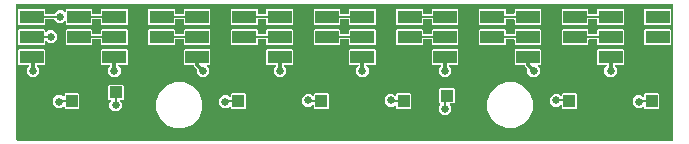
<source format=gbr>
G04 EAGLE Gerber RS-274X export*
G75*
%MOMM*%
%FSLAX34Y34*%
%LPD*%
%INTop Copper*%
%IPPOS*%
%AMOC8*
5,1,8,0,0,1.08239X$1,22.5*%
G01*
%ADD10R,1.000000X1.100000*%
%ADD11R,1.100000X1.000000*%
%ADD12R,2.000000X1.100000*%
%ADD13C,0.152400*%
%ADD14C,0.654800*%
%ADD15C,0.200000*%
%ADD16C,0.300000*%

G36*
X557258Y2004D02*
X557258Y2004D01*
X557277Y2002D01*
X557379Y2024D01*
X557481Y2040D01*
X557498Y2050D01*
X557518Y2054D01*
X557607Y2107D01*
X557698Y2156D01*
X557712Y2170D01*
X557729Y2180D01*
X557796Y2259D01*
X557868Y2334D01*
X557876Y2352D01*
X557889Y2367D01*
X557928Y2463D01*
X557971Y2557D01*
X557973Y2577D01*
X557981Y2595D01*
X557999Y2762D01*
X557999Y117238D01*
X557996Y117258D01*
X557998Y117277D01*
X557976Y117379D01*
X557960Y117481D01*
X557950Y117498D01*
X557946Y117518D01*
X557893Y117607D01*
X557844Y117698D01*
X557830Y117712D01*
X557820Y117729D01*
X557741Y117796D01*
X557666Y117868D01*
X557648Y117876D01*
X557633Y117889D01*
X557537Y117928D01*
X557443Y117971D01*
X557423Y117973D01*
X557405Y117981D01*
X557238Y117999D01*
X2762Y117999D01*
X2742Y117996D01*
X2723Y117998D01*
X2621Y117976D01*
X2519Y117960D01*
X2502Y117950D01*
X2482Y117946D01*
X2393Y117893D01*
X2302Y117844D01*
X2288Y117830D01*
X2271Y117820D01*
X2204Y117741D01*
X2132Y117666D01*
X2124Y117648D01*
X2111Y117633D01*
X2072Y117537D01*
X2029Y117443D01*
X2027Y117423D01*
X2019Y117405D01*
X2001Y117238D01*
X2001Y2762D01*
X2004Y2742D01*
X2002Y2723D01*
X2024Y2621D01*
X2040Y2519D01*
X2050Y2502D01*
X2054Y2482D01*
X2107Y2393D01*
X2156Y2302D01*
X2170Y2288D01*
X2180Y2271D01*
X2259Y2204D01*
X2334Y2132D01*
X2352Y2124D01*
X2367Y2111D01*
X2463Y2072D01*
X2557Y2029D01*
X2577Y2027D01*
X2595Y2019D01*
X2762Y2001D01*
X557238Y2001D01*
X557258Y2004D01*
G37*
%LPC*%
G36*
X136121Y12499D02*
X136121Y12499D01*
X128954Y15468D01*
X123468Y20954D01*
X120499Y28121D01*
X120499Y35879D01*
X123468Y43046D01*
X128954Y48532D01*
X136121Y51501D01*
X143879Y51501D01*
X151046Y48532D01*
X156532Y43046D01*
X159501Y35879D01*
X159501Y28121D01*
X156532Y20954D01*
X151046Y15468D01*
X143879Y12499D01*
X136121Y12499D01*
G37*
%LPD*%
%LPC*%
G36*
X416171Y12749D02*
X416171Y12749D01*
X409095Y15680D01*
X403680Y21095D01*
X400749Y28171D01*
X400749Y35829D01*
X403680Y42905D01*
X409095Y48320D01*
X416171Y51251D01*
X423829Y51251D01*
X430905Y48320D01*
X436320Y42905D01*
X439251Y35829D01*
X439251Y28171D01*
X436320Y21095D01*
X430905Y15680D01*
X423829Y12749D01*
X416171Y12749D01*
G37*
%LPD*%
%LPC*%
G36*
X4474Y100229D02*
X4474Y100229D01*
X3729Y100974D01*
X3729Y113026D01*
X4474Y113771D01*
X25526Y113771D01*
X26271Y113026D01*
X26271Y109794D01*
X26274Y109774D01*
X26272Y109755D01*
X26294Y109653D01*
X26310Y109551D01*
X26320Y109534D01*
X26324Y109514D01*
X26377Y109425D01*
X26426Y109334D01*
X26440Y109320D01*
X26450Y109303D01*
X26529Y109236D01*
X26604Y109164D01*
X26622Y109156D01*
X26637Y109143D01*
X26733Y109104D01*
X26827Y109061D01*
X26847Y109059D01*
X26865Y109051D01*
X27032Y109033D01*
X33213Y109033D01*
X33303Y109047D01*
X33394Y109055D01*
X33423Y109067D01*
X33455Y109072D01*
X33536Y109115D01*
X33620Y109151D01*
X33652Y109177D01*
X33673Y109188D01*
X33695Y109211D01*
X33751Y109256D01*
X36802Y112307D01*
X41198Y112307D01*
X42430Y111075D01*
X42488Y111033D01*
X42540Y110984D01*
X42561Y110974D01*
X42566Y110970D01*
X42589Y110960D01*
X42629Y110932D01*
X42698Y110910D01*
X42763Y110880D01*
X42815Y110875D01*
X42865Y110859D01*
X42936Y110861D01*
X43007Y110853D01*
X43058Y110864D01*
X43110Y110866D01*
X43178Y110890D01*
X43248Y110905D01*
X43293Y110932D01*
X43341Y110950D01*
X43397Y110995D01*
X43459Y111032D01*
X43493Y111071D01*
X43533Y111104D01*
X43572Y111164D01*
X43590Y111185D01*
X43598Y111193D01*
X43598Y111195D01*
X43619Y111219D01*
X43638Y111267D01*
X43666Y111311D01*
X43683Y111377D01*
X43701Y111416D01*
X43702Y111425D01*
X43711Y111447D01*
X43719Y111518D01*
X43727Y111549D01*
X43725Y111572D01*
X43729Y111613D01*
X43729Y113026D01*
X44474Y113771D01*
X65526Y113771D01*
X66271Y113026D01*
X66271Y109794D01*
X66274Y109774D01*
X66272Y109755D01*
X66294Y109653D01*
X66310Y109551D01*
X66320Y109534D01*
X66324Y109514D01*
X66377Y109425D01*
X66426Y109334D01*
X66440Y109320D01*
X66450Y109303D01*
X66529Y109236D01*
X66604Y109164D01*
X66622Y109156D01*
X66637Y109143D01*
X66733Y109104D01*
X66827Y109061D01*
X66847Y109059D01*
X66865Y109051D01*
X67032Y109033D01*
X72968Y109033D01*
X72988Y109036D01*
X73007Y109034D01*
X73109Y109056D01*
X73211Y109072D01*
X73228Y109082D01*
X73248Y109086D01*
X73337Y109139D01*
X73428Y109188D01*
X73442Y109202D01*
X73459Y109212D01*
X73526Y109291D01*
X73598Y109366D01*
X73606Y109384D01*
X73619Y109399D01*
X73658Y109495D01*
X73701Y109589D01*
X73703Y109609D01*
X73711Y109627D01*
X73729Y109794D01*
X73729Y113026D01*
X74474Y113771D01*
X95526Y113771D01*
X96271Y113026D01*
X96271Y100974D01*
X95526Y100229D01*
X74474Y100229D01*
X73729Y100974D01*
X73729Y104206D01*
X73726Y104226D01*
X73728Y104245D01*
X73706Y104347D01*
X73690Y104449D01*
X73680Y104466D01*
X73676Y104486D01*
X73623Y104575D01*
X73574Y104666D01*
X73560Y104680D01*
X73550Y104697D01*
X73471Y104764D01*
X73396Y104836D01*
X73378Y104844D01*
X73363Y104857D01*
X73267Y104896D01*
X73173Y104939D01*
X73153Y104941D01*
X73135Y104949D01*
X72968Y104967D01*
X67032Y104967D01*
X67012Y104964D01*
X66993Y104966D01*
X66891Y104944D01*
X66789Y104928D01*
X66772Y104918D01*
X66752Y104914D01*
X66663Y104861D01*
X66572Y104812D01*
X66558Y104798D01*
X66541Y104788D01*
X66474Y104709D01*
X66402Y104634D01*
X66394Y104616D01*
X66381Y104601D01*
X66342Y104505D01*
X66299Y104411D01*
X66297Y104391D01*
X66289Y104373D01*
X66271Y104206D01*
X66271Y100974D01*
X65526Y100229D01*
X44474Y100229D01*
X43729Y100974D01*
X43729Y102387D01*
X43718Y102457D01*
X43716Y102529D01*
X43698Y102578D01*
X43690Y102629D01*
X43656Y102693D01*
X43631Y102760D01*
X43599Y102801D01*
X43574Y102847D01*
X43522Y102896D01*
X43478Y102952D01*
X43434Y102980D01*
X43396Y103016D01*
X43331Y103046D01*
X43271Y103085D01*
X43220Y103098D01*
X43173Y103120D01*
X43102Y103128D01*
X43032Y103145D01*
X42980Y103141D01*
X42929Y103147D01*
X42858Y103132D01*
X42787Y103126D01*
X42739Y103106D01*
X42688Y103095D01*
X42627Y103058D01*
X42561Y103030D01*
X42505Y102985D01*
X42477Y102968D01*
X42462Y102951D01*
X42430Y102925D01*
X41198Y101693D01*
X36802Y101693D01*
X33751Y104744D01*
X33677Y104797D01*
X33607Y104857D01*
X33577Y104869D01*
X33551Y104888D01*
X33464Y104915D01*
X33379Y104949D01*
X33338Y104953D01*
X33316Y104960D01*
X33284Y104959D01*
X33213Y104967D01*
X27032Y104967D01*
X27012Y104964D01*
X26993Y104966D01*
X26891Y104944D01*
X26789Y104928D01*
X26772Y104918D01*
X26752Y104914D01*
X26663Y104861D01*
X26572Y104812D01*
X26558Y104798D01*
X26541Y104788D01*
X26474Y104709D01*
X26402Y104634D01*
X26394Y104616D01*
X26381Y104601D01*
X26342Y104505D01*
X26299Y104411D01*
X26297Y104391D01*
X26289Y104373D01*
X26271Y104206D01*
X26271Y100974D01*
X25526Y100229D01*
X4474Y100229D01*
G37*
%LPD*%
%LPC*%
G36*
X394474Y100229D02*
X394474Y100229D01*
X393729Y100974D01*
X393729Y113026D01*
X394474Y113771D01*
X415526Y113771D01*
X416271Y113026D01*
X416271Y109794D01*
X416274Y109774D01*
X416272Y109755D01*
X416294Y109653D01*
X416310Y109551D01*
X416320Y109534D01*
X416324Y109514D01*
X416377Y109425D01*
X416426Y109334D01*
X416440Y109320D01*
X416450Y109303D01*
X416529Y109236D01*
X416604Y109164D01*
X416622Y109156D01*
X416637Y109143D01*
X416733Y109104D01*
X416827Y109061D01*
X416847Y109059D01*
X416865Y109051D01*
X417032Y109033D01*
X422968Y109033D01*
X422988Y109036D01*
X423007Y109034D01*
X423109Y109056D01*
X423211Y109072D01*
X423228Y109082D01*
X423248Y109086D01*
X423337Y109139D01*
X423428Y109188D01*
X423442Y109202D01*
X423459Y109212D01*
X423526Y109291D01*
X423598Y109366D01*
X423606Y109384D01*
X423619Y109399D01*
X423658Y109495D01*
X423701Y109589D01*
X423703Y109609D01*
X423711Y109627D01*
X423729Y109794D01*
X423729Y113026D01*
X424474Y113771D01*
X445526Y113771D01*
X446271Y113026D01*
X446271Y100974D01*
X445526Y100229D01*
X424474Y100229D01*
X423729Y100974D01*
X423729Y104206D01*
X423726Y104226D01*
X423728Y104245D01*
X423706Y104347D01*
X423690Y104449D01*
X423680Y104466D01*
X423676Y104486D01*
X423623Y104575D01*
X423574Y104666D01*
X423560Y104680D01*
X423550Y104697D01*
X423471Y104764D01*
X423396Y104836D01*
X423378Y104844D01*
X423363Y104857D01*
X423267Y104896D01*
X423173Y104939D01*
X423153Y104941D01*
X423135Y104949D01*
X422968Y104967D01*
X417032Y104967D01*
X417012Y104964D01*
X416993Y104966D01*
X416891Y104944D01*
X416789Y104928D01*
X416772Y104918D01*
X416752Y104914D01*
X416663Y104861D01*
X416572Y104812D01*
X416558Y104798D01*
X416541Y104788D01*
X416474Y104709D01*
X416402Y104634D01*
X416394Y104616D01*
X416381Y104601D01*
X416342Y104505D01*
X416299Y104411D01*
X416297Y104391D01*
X416289Y104373D01*
X416271Y104206D01*
X416271Y100974D01*
X415526Y100229D01*
X394474Y100229D01*
G37*
%LPD*%
%LPC*%
G36*
X324474Y100229D02*
X324474Y100229D01*
X323729Y100974D01*
X323729Y113026D01*
X324474Y113771D01*
X345526Y113771D01*
X346271Y113026D01*
X346271Y109794D01*
X346274Y109774D01*
X346272Y109755D01*
X346294Y109653D01*
X346310Y109551D01*
X346320Y109534D01*
X346324Y109514D01*
X346377Y109425D01*
X346426Y109334D01*
X346440Y109320D01*
X346450Y109303D01*
X346529Y109236D01*
X346604Y109164D01*
X346622Y109156D01*
X346637Y109143D01*
X346733Y109104D01*
X346827Y109061D01*
X346847Y109059D01*
X346865Y109051D01*
X347032Y109033D01*
X352968Y109033D01*
X352988Y109036D01*
X353007Y109034D01*
X353109Y109056D01*
X353211Y109072D01*
X353228Y109082D01*
X353248Y109086D01*
X353337Y109139D01*
X353428Y109188D01*
X353442Y109202D01*
X353459Y109212D01*
X353526Y109291D01*
X353598Y109366D01*
X353606Y109384D01*
X353619Y109399D01*
X353658Y109495D01*
X353701Y109589D01*
X353703Y109609D01*
X353711Y109627D01*
X353729Y109794D01*
X353729Y113026D01*
X354474Y113771D01*
X375526Y113771D01*
X376271Y113026D01*
X376271Y100974D01*
X375526Y100229D01*
X354474Y100229D01*
X353729Y100974D01*
X353729Y104206D01*
X353726Y104226D01*
X353728Y104245D01*
X353706Y104347D01*
X353690Y104449D01*
X353680Y104466D01*
X353676Y104486D01*
X353623Y104575D01*
X353574Y104666D01*
X353560Y104680D01*
X353550Y104697D01*
X353471Y104764D01*
X353396Y104836D01*
X353378Y104844D01*
X353363Y104857D01*
X353267Y104896D01*
X353173Y104939D01*
X353153Y104941D01*
X353135Y104949D01*
X352968Y104967D01*
X347032Y104967D01*
X347012Y104964D01*
X346993Y104966D01*
X346891Y104944D01*
X346789Y104928D01*
X346772Y104918D01*
X346752Y104914D01*
X346663Y104861D01*
X346572Y104812D01*
X346558Y104798D01*
X346541Y104788D01*
X346474Y104709D01*
X346402Y104634D01*
X346394Y104616D01*
X346381Y104601D01*
X346342Y104505D01*
X346299Y104411D01*
X346297Y104391D01*
X346289Y104373D01*
X346271Y104206D01*
X346271Y100974D01*
X345526Y100229D01*
X324474Y100229D01*
G37*
%LPD*%
%LPC*%
G36*
X464474Y100229D02*
X464474Y100229D01*
X463729Y100974D01*
X463729Y113026D01*
X464474Y113771D01*
X485526Y113771D01*
X486271Y113026D01*
X486271Y109794D01*
X486274Y109774D01*
X486272Y109755D01*
X486294Y109653D01*
X486310Y109551D01*
X486320Y109534D01*
X486324Y109514D01*
X486377Y109425D01*
X486426Y109334D01*
X486440Y109320D01*
X486450Y109303D01*
X486529Y109236D01*
X486604Y109164D01*
X486622Y109156D01*
X486637Y109143D01*
X486733Y109104D01*
X486827Y109061D01*
X486847Y109059D01*
X486865Y109051D01*
X487032Y109033D01*
X492968Y109033D01*
X492988Y109036D01*
X493007Y109034D01*
X493109Y109056D01*
X493211Y109072D01*
X493228Y109082D01*
X493248Y109086D01*
X493337Y109139D01*
X493428Y109188D01*
X493442Y109202D01*
X493459Y109212D01*
X493526Y109291D01*
X493598Y109366D01*
X493606Y109384D01*
X493619Y109399D01*
X493658Y109495D01*
X493701Y109589D01*
X493703Y109609D01*
X493711Y109627D01*
X493729Y109794D01*
X493729Y113026D01*
X494474Y113771D01*
X515526Y113771D01*
X516271Y113026D01*
X516271Y100974D01*
X515526Y100229D01*
X494474Y100229D01*
X493729Y100974D01*
X493729Y104206D01*
X493726Y104226D01*
X493728Y104245D01*
X493706Y104347D01*
X493690Y104449D01*
X493680Y104466D01*
X493676Y104486D01*
X493623Y104575D01*
X493574Y104666D01*
X493560Y104680D01*
X493550Y104697D01*
X493471Y104764D01*
X493396Y104836D01*
X493378Y104844D01*
X493363Y104857D01*
X493267Y104896D01*
X493173Y104939D01*
X493153Y104941D01*
X493135Y104949D01*
X492968Y104967D01*
X487032Y104967D01*
X487012Y104964D01*
X486993Y104966D01*
X486891Y104944D01*
X486789Y104928D01*
X486772Y104918D01*
X486752Y104914D01*
X486663Y104861D01*
X486572Y104812D01*
X486558Y104798D01*
X486541Y104788D01*
X486474Y104709D01*
X486402Y104634D01*
X486394Y104616D01*
X486381Y104601D01*
X486342Y104505D01*
X486299Y104411D01*
X486297Y104391D01*
X486289Y104373D01*
X486271Y104206D01*
X486271Y100974D01*
X485526Y100229D01*
X464474Y100229D01*
G37*
%LPD*%
%LPC*%
G36*
X184474Y100229D02*
X184474Y100229D01*
X183729Y100974D01*
X183729Y113026D01*
X184474Y113771D01*
X205526Y113771D01*
X206271Y113026D01*
X206271Y109794D01*
X206274Y109774D01*
X206272Y109755D01*
X206294Y109653D01*
X206310Y109551D01*
X206320Y109534D01*
X206324Y109514D01*
X206377Y109425D01*
X206426Y109334D01*
X206440Y109320D01*
X206450Y109303D01*
X206529Y109236D01*
X206604Y109164D01*
X206622Y109156D01*
X206637Y109143D01*
X206733Y109104D01*
X206827Y109061D01*
X206847Y109059D01*
X206865Y109051D01*
X207032Y109033D01*
X212968Y109033D01*
X212988Y109036D01*
X213007Y109034D01*
X213109Y109056D01*
X213211Y109072D01*
X213228Y109082D01*
X213248Y109086D01*
X213337Y109139D01*
X213428Y109188D01*
X213442Y109202D01*
X213459Y109212D01*
X213526Y109291D01*
X213598Y109366D01*
X213606Y109384D01*
X213619Y109399D01*
X213658Y109495D01*
X213701Y109589D01*
X213703Y109609D01*
X213711Y109627D01*
X213729Y109794D01*
X213729Y113026D01*
X214474Y113771D01*
X235526Y113771D01*
X236271Y113026D01*
X236271Y100974D01*
X235526Y100229D01*
X214474Y100229D01*
X213729Y100974D01*
X213729Y104206D01*
X213726Y104226D01*
X213728Y104245D01*
X213706Y104347D01*
X213690Y104449D01*
X213680Y104466D01*
X213676Y104486D01*
X213623Y104575D01*
X213574Y104666D01*
X213560Y104680D01*
X213550Y104697D01*
X213471Y104764D01*
X213396Y104836D01*
X213378Y104844D01*
X213363Y104857D01*
X213267Y104896D01*
X213173Y104939D01*
X213153Y104941D01*
X213135Y104949D01*
X212968Y104967D01*
X207032Y104967D01*
X207012Y104964D01*
X206993Y104966D01*
X206891Y104944D01*
X206789Y104928D01*
X206772Y104918D01*
X206752Y104914D01*
X206663Y104861D01*
X206572Y104812D01*
X206558Y104798D01*
X206541Y104788D01*
X206474Y104709D01*
X206402Y104634D01*
X206394Y104616D01*
X206381Y104601D01*
X206342Y104505D01*
X206299Y104411D01*
X206297Y104391D01*
X206289Y104373D01*
X206271Y104206D01*
X206271Y100974D01*
X205526Y100229D01*
X184474Y100229D01*
G37*
%LPD*%
%LPC*%
G36*
X114474Y100229D02*
X114474Y100229D01*
X113729Y100974D01*
X113729Y113026D01*
X114474Y113771D01*
X135526Y113771D01*
X136271Y113026D01*
X136271Y109794D01*
X136274Y109774D01*
X136272Y109755D01*
X136294Y109653D01*
X136310Y109551D01*
X136320Y109534D01*
X136324Y109514D01*
X136377Y109425D01*
X136426Y109334D01*
X136440Y109320D01*
X136450Y109303D01*
X136529Y109236D01*
X136604Y109164D01*
X136622Y109156D01*
X136637Y109143D01*
X136733Y109104D01*
X136827Y109061D01*
X136847Y109059D01*
X136865Y109051D01*
X137032Y109033D01*
X142968Y109033D01*
X142988Y109036D01*
X143007Y109034D01*
X143109Y109056D01*
X143211Y109072D01*
X143228Y109082D01*
X143248Y109086D01*
X143337Y109139D01*
X143428Y109188D01*
X143442Y109202D01*
X143459Y109212D01*
X143526Y109291D01*
X143598Y109366D01*
X143606Y109384D01*
X143619Y109399D01*
X143658Y109495D01*
X143701Y109589D01*
X143703Y109609D01*
X143711Y109627D01*
X143729Y109794D01*
X143729Y113026D01*
X144474Y113771D01*
X165526Y113771D01*
X166271Y113026D01*
X166271Y100974D01*
X165526Y100229D01*
X144474Y100229D01*
X143729Y100974D01*
X143729Y104206D01*
X143726Y104226D01*
X143728Y104245D01*
X143706Y104347D01*
X143690Y104449D01*
X143680Y104466D01*
X143676Y104486D01*
X143623Y104575D01*
X143574Y104666D01*
X143560Y104680D01*
X143550Y104697D01*
X143471Y104764D01*
X143396Y104836D01*
X143378Y104844D01*
X143363Y104857D01*
X143267Y104896D01*
X143173Y104939D01*
X143153Y104941D01*
X143135Y104949D01*
X142968Y104967D01*
X137032Y104967D01*
X137012Y104964D01*
X136993Y104966D01*
X136891Y104944D01*
X136789Y104928D01*
X136772Y104918D01*
X136752Y104914D01*
X136663Y104861D01*
X136572Y104812D01*
X136558Y104798D01*
X136541Y104788D01*
X136474Y104709D01*
X136402Y104634D01*
X136394Y104616D01*
X136381Y104601D01*
X136342Y104505D01*
X136299Y104411D01*
X136297Y104391D01*
X136289Y104373D01*
X136271Y104206D01*
X136271Y100974D01*
X135526Y100229D01*
X114474Y100229D01*
G37*
%LPD*%
%LPC*%
G36*
X254474Y100229D02*
X254474Y100229D01*
X253729Y100974D01*
X253729Y113026D01*
X254474Y113771D01*
X275526Y113771D01*
X276271Y113026D01*
X276271Y109794D01*
X276274Y109774D01*
X276272Y109755D01*
X276294Y109653D01*
X276310Y109551D01*
X276320Y109534D01*
X276324Y109514D01*
X276377Y109425D01*
X276426Y109334D01*
X276440Y109320D01*
X276450Y109303D01*
X276529Y109236D01*
X276604Y109164D01*
X276622Y109156D01*
X276637Y109143D01*
X276733Y109104D01*
X276827Y109061D01*
X276847Y109059D01*
X276865Y109051D01*
X277032Y109033D01*
X282968Y109033D01*
X282988Y109036D01*
X283007Y109034D01*
X283109Y109056D01*
X283211Y109072D01*
X283228Y109082D01*
X283248Y109086D01*
X283337Y109139D01*
X283428Y109188D01*
X283442Y109202D01*
X283459Y109212D01*
X283526Y109291D01*
X283598Y109366D01*
X283606Y109384D01*
X283619Y109399D01*
X283658Y109495D01*
X283701Y109589D01*
X283703Y109609D01*
X283711Y109627D01*
X283729Y109794D01*
X283729Y113026D01*
X284474Y113771D01*
X305526Y113771D01*
X306271Y113026D01*
X306271Y100974D01*
X305526Y100229D01*
X284474Y100229D01*
X283729Y100974D01*
X283729Y104206D01*
X283726Y104226D01*
X283728Y104245D01*
X283706Y104347D01*
X283690Y104449D01*
X283680Y104466D01*
X283676Y104486D01*
X283623Y104575D01*
X283574Y104666D01*
X283560Y104680D01*
X283550Y104697D01*
X283471Y104764D01*
X283396Y104836D01*
X283378Y104844D01*
X283363Y104857D01*
X283267Y104896D01*
X283173Y104939D01*
X283153Y104941D01*
X283135Y104949D01*
X282968Y104967D01*
X277032Y104967D01*
X277012Y104964D01*
X276993Y104966D01*
X276891Y104944D01*
X276789Y104928D01*
X276772Y104918D01*
X276752Y104914D01*
X276663Y104861D01*
X276572Y104812D01*
X276558Y104798D01*
X276541Y104788D01*
X276474Y104709D01*
X276402Y104634D01*
X276394Y104616D01*
X276381Y104601D01*
X276342Y104505D01*
X276299Y104411D01*
X276297Y104391D01*
X276289Y104373D01*
X276271Y104206D01*
X276271Y100974D01*
X275526Y100229D01*
X254474Y100229D01*
G37*
%LPD*%
%LPC*%
G36*
X254474Y83229D02*
X254474Y83229D01*
X253729Y83974D01*
X253729Y96026D01*
X254474Y96771D01*
X275526Y96771D01*
X276271Y96026D01*
X276271Y92794D01*
X276274Y92774D01*
X276272Y92755D01*
X276294Y92653D01*
X276310Y92551D01*
X276320Y92534D01*
X276324Y92514D01*
X276377Y92425D01*
X276426Y92334D01*
X276440Y92320D01*
X276450Y92303D01*
X276529Y92236D01*
X276604Y92164D01*
X276622Y92156D01*
X276637Y92143D01*
X276733Y92104D01*
X276827Y92061D01*
X276847Y92059D01*
X276865Y92051D01*
X277032Y92033D01*
X282968Y92033D01*
X282988Y92036D01*
X283007Y92034D01*
X283109Y92056D01*
X283211Y92072D01*
X283228Y92082D01*
X283248Y92086D01*
X283337Y92139D01*
X283428Y92188D01*
X283442Y92202D01*
X283459Y92212D01*
X283526Y92291D01*
X283598Y92366D01*
X283606Y92384D01*
X283619Y92399D01*
X283658Y92495D01*
X283701Y92589D01*
X283703Y92609D01*
X283711Y92627D01*
X283729Y92794D01*
X283729Y96026D01*
X284474Y96771D01*
X305526Y96771D01*
X306271Y96026D01*
X306271Y83974D01*
X305526Y83229D01*
X284474Y83229D01*
X283729Y83974D01*
X283729Y87206D01*
X283726Y87226D01*
X283728Y87245D01*
X283706Y87347D01*
X283690Y87449D01*
X283680Y87466D01*
X283676Y87486D01*
X283623Y87575D01*
X283574Y87666D01*
X283560Y87680D01*
X283550Y87697D01*
X283471Y87764D01*
X283396Y87836D01*
X283378Y87844D01*
X283363Y87857D01*
X283267Y87896D01*
X283173Y87939D01*
X283153Y87941D01*
X283135Y87949D01*
X282968Y87967D01*
X277032Y87967D01*
X277012Y87964D01*
X276993Y87966D01*
X276891Y87944D01*
X276789Y87928D01*
X276772Y87918D01*
X276752Y87914D01*
X276663Y87861D01*
X276572Y87812D01*
X276558Y87798D01*
X276541Y87788D01*
X276474Y87709D01*
X276402Y87634D01*
X276394Y87616D01*
X276381Y87601D01*
X276342Y87505D01*
X276299Y87411D01*
X276297Y87391D01*
X276289Y87373D01*
X276271Y87206D01*
X276271Y83974D01*
X275526Y83229D01*
X254474Y83229D01*
G37*
%LPD*%
%LPC*%
G36*
X44474Y83229D02*
X44474Y83229D01*
X43729Y83974D01*
X43729Y96026D01*
X44474Y96771D01*
X65526Y96771D01*
X66271Y96026D01*
X66271Y92794D01*
X66274Y92774D01*
X66272Y92755D01*
X66294Y92653D01*
X66310Y92551D01*
X66320Y92534D01*
X66324Y92514D01*
X66377Y92425D01*
X66426Y92334D01*
X66440Y92320D01*
X66450Y92303D01*
X66529Y92236D01*
X66604Y92164D01*
X66622Y92156D01*
X66637Y92143D01*
X66733Y92104D01*
X66827Y92061D01*
X66847Y92059D01*
X66865Y92051D01*
X67032Y92033D01*
X72968Y92033D01*
X72988Y92036D01*
X73007Y92034D01*
X73109Y92056D01*
X73211Y92072D01*
X73228Y92082D01*
X73248Y92086D01*
X73337Y92139D01*
X73428Y92188D01*
X73442Y92202D01*
X73459Y92212D01*
X73526Y92291D01*
X73598Y92366D01*
X73606Y92384D01*
X73619Y92399D01*
X73658Y92495D01*
X73701Y92589D01*
X73703Y92609D01*
X73711Y92627D01*
X73729Y92794D01*
X73729Y96026D01*
X74474Y96771D01*
X95526Y96771D01*
X96271Y96026D01*
X96271Y83974D01*
X95526Y83229D01*
X74474Y83229D01*
X73729Y83974D01*
X73729Y87206D01*
X73726Y87226D01*
X73728Y87245D01*
X73706Y87347D01*
X73690Y87449D01*
X73680Y87466D01*
X73676Y87486D01*
X73623Y87575D01*
X73574Y87666D01*
X73560Y87680D01*
X73550Y87697D01*
X73471Y87764D01*
X73396Y87836D01*
X73378Y87844D01*
X73363Y87857D01*
X73267Y87896D01*
X73173Y87939D01*
X73153Y87941D01*
X73135Y87949D01*
X72968Y87967D01*
X67032Y87967D01*
X67012Y87964D01*
X66993Y87966D01*
X66891Y87944D01*
X66789Y87928D01*
X66772Y87918D01*
X66752Y87914D01*
X66663Y87861D01*
X66572Y87812D01*
X66558Y87798D01*
X66541Y87788D01*
X66474Y87709D01*
X66402Y87634D01*
X66394Y87616D01*
X66381Y87601D01*
X66342Y87505D01*
X66299Y87411D01*
X66297Y87391D01*
X66289Y87373D01*
X66271Y87206D01*
X66271Y83974D01*
X65526Y83229D01*
X44474Y83229D01*
G37*
%LPD*%
%LPC*%
G36*
X114474Y83229D02*
X114474Y83229D01*
X113729Y83974D01*
X113729Y96026D01*
X114474Y96771D01*
X135526Y96771D01*
X136271Y96026D01*
X136271Y92794D01*
X136274Y92774D01*
X136272Y92755D01*
X136294Y92653D01*
X136310Y92551D01*
X136320Y92534D01*
X136324Y92514D01*
X136377Y92425D01*
X136426Y92334D01*
X136440Y92320D01*
X136450Y92303D01*
X136529Y92236D01*
X136604Y92164D01*
X136622Y92156D01*
X136637Y92143D01*
X136733Y92104D01*
X136827Y92061D01*
X136847Y92059D01*
X136865Y92051D01*
X137032Y92033D01*
X142968Y92033D01*
X142988Y92036D01*
X143007Y92034D01*
X143109Y92056D01*
X143211Y92072D01*
X143228Y92082D01*
X143248Y92086D01*
X143337Y92139D01*
X143428Y92188D01*
X143442Y92202D01*
X143459Y92212D01*
X143526Y92291D01*
X143598Y92366D01*
X143606Y92384D01*
X143619Y92399D01*
X143658Y92495D01*
X143701Y92589D01*
X143703Y92609D01*
X143711Y92627D01*
X143729Y92794D01*
X143729Y96026D01*
X144474Y96771D01*
X165526Y96771D01*
X166271Y96026D01*
X166271Y83974D01*
X165526Y83229D01*
X144474Y83229D01*
X143729Y83974D01*
X143729Y87206D01*
X143726Y87226D01*
X143728Y87245D01*
X143706Y87347D01*
X143690Y87449D01*
X143680Y87466D01*
X143676Y87486D01*
X143623Y87575D01*
X143574Y87666D01*
X143560Y87680D01*
X143550Y87697D01*
X143471Y87764D01*
X143396Y87836D01*
X143378Y87844D01*
X143363Y87857D01*
X143267Y87896D01*
X143173Y87939D01*
X143153Y87941D01*
X143135Y87949D01*
X142968Y87967D01*
X137032Y87967D01*
X137012Y87964D01*
X136993Y87966D01*
X136891Y87944D01*
X136789Y87928D01*
X136772Y87918D01*
X136752Y87914D01*
X136663Y87861D01*
X136572Y87812D01*
X136558Y87798D01*
X136541Y87788D01*
X136474Y87709D01*
X136402Y87634D01*
X136394Y87616D01*
X136381Y87601D01*
X136342Y87505D01*
X136299Y87411D01*
X136297Y87391D01*
X136289Y87373D01*
X136271Y87206D01*
X136271Y83974D01*
X135526Y83229D01*
X114474Y83229D01*
G37*
%LPD*%
%LPC*%
G36*
X184474Y83229D02*
X184474Y83229D01*
X183729Y83974D01*
X183729Y96026D01*
X184474Y96771D01*
X205526Y96771D01*
X206271Y96026D01*
X206271Y92794D01*
X206274Y92774D01*
X206272Y92755D01*
X206294Y92653D01*
X206310Y92551D01*
X206320Y92534D01*
X206324Y92514D01*
X206377Y92425D01*
X206426Y92334D01*
X206440Y92320D01*
X206450Y92303D01*
X206529Y92236D01*
X206604Y92164D01*
X206622Y92156D01*
X206637Y92143D01*
X206733Y92104D01*
X206827Y92061D01*
X206847Y92059D01*
X206865Y92051D01*
X207032Y92033D01*
X212968Y92033D01*
X212988Y92036D01*
X213007Y92034D01*
X213109Y92056D01*
X213211Y92072D01*
X213228Y92082D01*
X213248Y92086D01*
X213337Y92139D01*
X213428Y92188D01*
X213442Y92202D01*
X213459Y92212D01*
X213526Y92291D01*
X213598Y92366D01*
X213606Y92384D01*
X213619Y92399D01*
X213658Y92495D01*
X213701Y92589D01*
X213703Y92609D01*
X213711Y92627D01*
X213729Y92794D01*
X213729Y96026D01*
X214474Y96771D01*
X235526Y96771D01*
X236271Y96026D01*
X236271Y83974D01*
X235526Y83229D01*
X214474Y83229D01*
X213729Y83974D01*
X213729Y87206D01*
X213726Y87226D01*
X213728Y87245D01*
X213706Y87347D01*
X213690Y87449D01*
X213680Y87466D01*
X213676Y87486D01*
X213623Y87575D01*
X213574Y87666D01*
X213560Y87680D01*
X213550Y87697D01*
X213471Y87764D01*
X213396Y87836D01*
X213378Y87844D01*
X213363Y87857D01*
X213267Y87896D01*
X213173Y87939D01*
X213153Y87941D01*
X213135Y87949D01*
X212968Y87967D01*
X207032Y87967D01*
X207012Y87964D01*
X206993Y87966D01*
X206891Y87944D01*
X206789Y87928D01*
X206772Y87918D01*
X206752Y87914D01*
X206663Y87861D01*
X206572Y87812D01*
X206558Y87798D01*
X206541Y87788D01*
X206474Y87709D01*
X206402Y87634D01*
X206394Y87616D01*
X206381Y87601D01*
X206342Y87505D01*
X206299Y87411D01*
X206297Y87391D01*
X206289Y87373D01*
X206271Y87206D01*
X206271Y83974D01*
X205526Y83229D01*
X184474Y83229D01*
G37*
%LPD*%
%LPC*%
G36*
X394474Y83229D02*
X394474Y83229D01*
X393729Y83974D01*
X393729Y96026D01*
X394474Y96771D01*
X415526Y96771D01*
X416271Y96026D01*
X416271Y92794D01*
X416274Y92774D01*
X416272Y92755D01*
X416294Y92653D01*
X416310Y92551D01*
X416320Y92534D01*
X416324Y92514D01*
X416377Y92425D01*
X416426Y92334D01*
X416440Y92320D01*
X416450Y92303D01*
X416529Y92236D01*
X416604Y92164D01*
X416622Y92156D01*
X416637Y92143D01*
X416733Y92104D01*
X416827Y92061D01*
X416847Y92059D01*
X416865Y92051D01*
X417032Y92033D01*
X422968Y92033D01*
X422988Y92036D01*
X423007Y92034D01*
X423109Y92056D01*
X423211Y92072D01*
X423228Y92082D01*
X423248Y92086D01*
X423337Y92139D01*
X423428Y92188D01*
X423442Y92202D01*
X423459Y92212D01*
X423526Y92291D01*
X423598Y92366D01*
X423606Y92384D01*
X423619Y92399D01*
X423658Y92495D01*
X423701Y92589D01*
X423703Y92609D01*
X423711Y92627D01*
X423729Y92794D01*
X423729Y96026D01*
X424474Y96771D01*
X445526Y96771D01*
X446271Y96026D01*
X446271Y83974D01*
X445526Y83229D01*
X424474Y83229D01*
X423729Y83974D01*
X423729Y87206D01*
X423726Y87226D01*
X423728Y87245D01*
X423706Y87347D01*
X423690Y87449D01*
X423680Y87466D01*
X423676Y87486D01*
X423623Y87575D01*
X423574Y87666D01*
X423560Y87680D01*
X423550Y87697D01*
X423471Y87764D01*
X423396Y87836D01*
X423378Y87844D01*
X423363Y87857D01*
X423267Y87896D01*
X423173Y87939D01*
X423153Y87941D01*
X423135Y87949D01*
X422968Y87967D01*
X417032Y87967D01*
X417012Y87964D01*
X416993Y87966D01*
X416891Y87944D01*
X416789Y87928D01*
X416772Y87918D01*
X416752Y87914D01*
X416663Y87861D01*
X416572Y87812D01*
X416558Y87798D01*
X416541Y87788D01*
X416474Y87709D01*
X416402Y87634D01*
X416394Y87616D01*
X416381Y87601D01*
X416342Y87505D01*
X416299Y87411D01*
X416297Y87391D01*
X416289Y87373D01*
X416271Y87206D01*
X416271Y83974D01*
X415526Y83229D01*
X394474Y83229D01*
G37*
%LPD*%
%LPC*%
G36*
X464474Y83229D02*
X464474Y83229D01*
X463729Y83974D01*
X463729Y96026D01*
X464474Y96771D01*
X485526Y96771D01*
X486271Y96026D01*
X486271Y92794D01*
X486274Y92774D01*
X486272Y92755D01*
X486294Y92653D01*
X486310Y92551D01*
X486320Y92534D01*
X486324Y92514D01*
X486377Y92425D01*
X486426Y92334D01*
X486440Y92320D01*
X486450Y92303D01*
X486529Y92236D01*
X486604Y92164D01*
X486622Y92156D01*
X486637Y92143D01*
X486733Y92104D01*
X486827Y92061D01*
X486847Y92059D01*
X486865Y92051D01*
X487032Y92033D01*
X492968Y92033D01*
X492988Y92036D01*
X493007Y92034D01*
X493109Y92056D01*
X493211Y92072D01*
X493228Y92082D01*
X493248Y92086D01*
X493337Y92139D01*
X493428Y92188D01*
X493442Y92202D01*
X493459Y92212D01*
X493526Y92291D01*
X493598Y92366D01*
X493606Y92384D01*
X493619Y92399D01*
X493658Y92495D01*
X493701Y92589D01*
X493703Y92609D01*
X493711Y92627D01*
X493729Y92794D01*
X493729Y96026D01*
X494474Y96771D01*
X515526Y96771D01*
X516271Y96026D01*
X516271Y83974D01*
X515526Y83229D01*
X494474Y83229D01*
X493729Y83974D01*
X493729Y87206D01*
X493726Y87226D01*
X493728Y87245D01*
X493706Y87347D01*
X493690Y87449D01*
X493680Y87466D01*
X493676Y87486D01*
X493623Y87575D01*
X493574Y87666D01*
X493560Y87680D01*
X493550Y87697D01*
X493471Y87764D01*
X493396Y87836D01*
X493378Y87844D01*
X493363Y87857D01*
X493267Y87896D01*
X493173Y87939D01*
X493153Y87941D01*
X493135Y87949D01*
X492968Y87967D01*
X487032Y87967D01*
X487012Y87964D01*
X486993Y87966D01*
X486891Y87944D01*
X486789Y87928D01*
X486772Y87918D01*
X486752Y87914D01*
X486663Y87861D01*
X486572Y87812D01*
X486558Y87798D01*
X486541Y87788D01*
X486474Y87709D01*
X486402Y87634D01*
X486394Y87616D01*
X486381Y87601D01*
X486342Y87505D01*
X486299Y87411D01*
X486297Y87391D01*
X486289Y87373D01*
X486271Y87206D01*
X486271Y83974D01*
X485526Y83229D01*
X464474Y83229D01*
G37*
%LPD*%
%LPC*%
G36*
X324474Y83229D02*
X324474Y83229D01*
X323729Y83974D01*
X323729Y96026D01*
X324474Y96771D01*
X345526Y96771D01*
X346271Y96026D01*
X346271Y92794D01*
X346274Y92774D01*
X346272Y92755D01*
X346294Y92653D01*
X346310Y92551D01*
X346320Y92534D01*
X346324Y92514D01*
X346377Y92425D01*
X346426Y92334D01*
X346440Y92320D01*
X346450Y92303D01*
X346529Y92236D01*
X346604Y92164D01*
X346622Y92156D01*
X346637Y92143D01*
X346733Y92104D01*
X346827Y92061D01*
X346847Y92059D01*
X346865Y92051D01*
X347032Y92033D01*
X352968Y92033D01*
X352988Y92036D01*
X353007Y92034D01*
X353109Y92056D01*
X353211Y92072D01*
X353228Y92082D01*
X353248Y92086D01*
X353337Y92139D01*
X353428Y92188D01*
X353442Y92202D01*
X353459Y92212D01*
X353526Y92291D01*
X353598Y92366D01*
X353606Y92384D01*
X353619Y92399D01*
X353658Y92495D01*
X353701Y92589D01*
X353703Y92609D01*
X353711Y92627D01*
X353729Y92794D01*
X353729Y96026D01*
X354474Y96771D01*
X375526Y96771D01*
X376271Y96026D01*
X376271Y83974D01*
X375526Y83229D01*
X354474Y83229D01*
X353729Y83974D01*
X353729Y87206D01*
X353726Y87226D01*
X353728Y87245D01*
X353706Y87347D01*
X353690Y87449D01*
X353680Y87466D01*
X353676Y87486D01*
X353623Y87575D01*
X353574Y87666D01*
X353560Y87680D01*
X353550Y87697D01*
X353471Y87764D01*
X353396Y87836D01*
X353378Y87844D01*
X353363Y87857D01*
X353267Y87896D01*
X353173Y87939D01*
X353153Y87941D01*
X353135Y87949D01*
X352968Y87967D01*
X347032Y87967D01*
X347012Y87964D01*
X346993Y87966D01*
X346891Y87944D01*
X346789Y87928D01*
X346772Y87918D01*
X346752Y87914D01*
X346663Y87861D01*
X346572Y87812D01*
X346558Y87798D01*
X346541Y87788D01*
X346474Y87709D01*
X346402Y87634D01*
X346394Y87616D01*
X346381Y87601D01*
X346342Y87505D01*
X346299Y87411D01*
X346297Y87391D01*
X346289Y87373D01*
X346271Y87206D01*
X346271Y83974D01*
X345526Y83229D01*
X324474Y83229D01*
G37*
%LPD*%
%LPC*%
G36*
X157802Y55693D02*
X157802Y55693D01*
X154693Y58802D01*
X154693Y62073D01*
X154679Y62163D01*
X154671Y62254D01*
X154659Y62284D01*
X154654Y62316D01*
X154611Y62396D01*
X154575Y62480D01*
X154549Y62512D01*
X154538Y62533D01*
X154515Y62555D01*
X154470Y62611D01*
X152229Y64852D01*
X152229Y65468D01*
X152226Y65488D01*
X152228Y65507D01*
X152206Y65609D01*
X152190Y65711D01*
X152180Y65728D01*
X152176Y65748D01*
X152123Y65837D01*
X152074Y65928D01*
X152060Y65942D01*
X152050Y65959D01*
X151971Y66026D01*
X151896Y66098D01*
X151878Y66106D01*
X151863Y66119D01*
X151767Y66158D01*
X151673Y66201D01*
X151653Y66203D01*
X151635Y66211D01*
X151468Y66229D01*
X144474Y66229D01*
X143729Y66974D01*
X143729Y79026D01*
X144474Y79771D01*
X165526Y79771D01*
X166271Y79026D01*
X166271Y66974D01*
X165526Y66229D01*
X164113Y66229D01*
X164043Y66218D01*
X163971Y66216D01*
X163922Y66198D01*
X163871Y66190D01*
X163807Y66156D01*
X163740Y66131D01*
X163699Y66099D01*
X163653Y66074D01*
X163604Y66022D01*
X163548Y65978D01*
X163520Y65934D01*
X163484Y65896D01*
X163454Y65831D01*
X163415Y65771D01*
X163402Y65720D01*
X163380Y65673D01*
X163372Y65602D01*
X163355Y65532D01*
X163359Y65480D01*
X163353Y65429D01*
X163368Y65358D01*
X163374Y65287D01*
X163394Y65239D01*
X163405Y65188D01*
X163442Y65127D01*
X163470Y65061D01*
X163515Y65005D01*
X163532Y64977D01*
X163549Y64962D01*
X163575Y64930D01*
X165307Y63198D01*
X165307Y58802D01*
X162198Y55693D01*
X157802Y55693D01*
G37*
%LPD*%
%LPC*%
G36*
X437802Y55693D02*
X437802Y55693D01*
X434693Y58802D01*
X434693Y62073D01*
X434679Y62163D01*
X434671Y62254D01*
X434659Y62284D01*
X434654Y62316D01*
X434611Y62396D01*
X434575Y62480D01*
X434549Y62512D01*
X434538Y62533D01*
X434515Y62555D01*
X434470Y62611D01*
X434075Y63006D01*
X432229Y64852D01*
X432229Y65468D01*
X432226Y65488D01*
X432228Y65507D01*
X432206Y65609D01*
X432190Y65711D01*
X432180Y65728D01*
X432176Y65748D01*
X432123Y65837D01*
X432074Y65928D01*
X432060Y65942D01*
X432050Y65959D01*
X431971Y66026D01*
X431896Y66098D01*
X431878Y66106D01*
X431863Y66119D01*
X431767Y66158D01*
X431673Y66201D01*
X431653Y66203D01*
X431635Y66211D01*
X431468Y66229D01*
X424474Y66229D01*
X423729Y66974D01*
X423729Y79026D01*
X424474Y79771D01*
X445526Y79771D01*
X446271Y79026D01*
X446271Y66974D01*
X445526Y66229D01*
X444113Y66229D01*
X444043Y66218D01*
X443971Y66216D01*
X443922Y66198D01*
X443871Y66190D01*
X443807Y66156D01*
X443740Y66131D01*
X443699Y66099D01*
X443653Y66074D01*
X443604Y66022D01*
X443548Y65978D01*
X443520Y65934D01*
X443484Y65896D01*
X443454Y65831D01*
X443415Y65771D01*
X443402Y65720D01*
X443380Y65673D01*
X443372Y65602D01*
X443355Y65532D01*
X443359Y65480D01*
X443353Y65429D01*
X443368Y65358D01*
X443374Y65287D01*
X443394Y65239D01*
X443405Y65188D01*
X443442Y65127D01*
X443470Y65061D01*
X443515Y65005D01*
X443532Y64977D01*
X443549Y64962D01*
X443575Y64930D01*
X445307Y63198D01*
X445307Y58802D01*
X442198Y55693D01*
X437802Y55693D01*
G37*
%LPD*%
%LPC*%
G36*
X13802Y55693D02*
X13802Y55693D01*
X10693Y58802D01*
X10693Y63198D01*
X12425Y64930D01*
X12467Y64988D01*
X12516Y65040D01*
X12538Y65087D01*
X12568Y65129D01*
X12590Y65198D01*
X12620Y65263D01*
X12625Y65315D01*
X12641Y65365D01*
X12639Y65436D01*
X12647Y65507D01*
X12636Y65558D01*
X12634Y65610D01*
X12610Y65678D01*
X12595Y65748D01*
X12568Y65793D01*
X12550Y65841D01*
X12505Y65897D01*
X12468Y65959D01*
X12429Y65993D01*
X12396Y66033D01*
X12336Y66072D01*
X12281Y66119D01*
X12233Y66138D01*
X12189Y66166D01*
X12120Y66184D01*
X12053Y66211D01*
X11982Y66219D01*
X11951Y66227D01*
X11928Y66225D01*
X11887Y66229D01*
X4474Y66229D01*
X3729Y66974D01*
X3729Y79026D01*
X4474Y79771D01*
X25526Y79771D01*
X26271Y79026D01*
X26271Y66974D01*
X25526Y66229D01*
X20113Y66229D01*
X20043Y66218D01*
X19971Y66216D01*
X19922Y66198D01*
X19871Y66190D01*
X19807Y66156D01*
X19740Y66131D01*
X19699Y66099D01*
X19653Y66074D01*
X19604Y66022D01*
X19548Y65978D01*
X19520Y65934D01*
X19484Y65896D01*
X19454Y65831D01*
X19415Y65771D01*
X19402Y65720D01*
X19380Y65673D01*
X19372Y65602D01*
X19355Y65532D01*
X19359Y65480D01*
X19353Y65429D01*
X19368Y65358D01*
X19374Y65287D01*
X19394Y65239D01*
X19405Y65188D01*
X19442Y65127D01*
X19470Y65061D01*
X19515Y65005D01*
X19532Y64977D01*
X19549Y64962D01*
X19575Y64930D01*
X21307Y63198D01*
X21307Y58802D01*
X18198Y55693D01*
X13802Y55693D01*
G37*
%LPD*%
%LPC*%
G36*
X222802Y55693D02*
X222802Y55693D01*
X219693Y58802D01*
X219693Y63198D01*
X221425Y64930D01*
X221467Y64988D01*
X221516Y65040D01*
X221538Y65087D01*
X221568Y65129D01*
X221590Y65198D01*
X221620Y65263D01*
X221625Y65315D01*
X221641Y65365D01*
X221639Y65436D01*
X221647Y65507D01*
X221636Y65558D01*
X221634Y65610D01*
X221610Y65678D01*
X221595Y65748D01*
X221568Y65793D01*
X221550Y65841D01*
X221505Y65897D01*
X221468Y65959D01*
X221429Y65993D01*
X221396Y66033D01*
X221336Y66072D01*
X221281Y66119D01*
X221233Y66138D01*
X221189Y66166D01*
X221120Y66184D01*
X221053Y66211D01*
X220982Y66219D01*
X220951Y66227D01*
X220928Y66225D01*
X220887Y66229D01*
X214474Y66229D01*
X213729Y66974D01*
X213729Y79026D01*
X214474Y79771D01*
X235526Y79771D01*
X236271Y79026D01*
X236271Y66974D01*
X235526Y66229D01*
X229113Y66229D01*
X229043Y66218D01*
X228971Y66216D01*
X228922Y66198D01*
X228871Y66190D01*
X228807Y66156D01*
X228740Y66131D01*
X228699Y66099D01*
X228653Y66074D01*
X228604Y66022D01*
X228548Y65978D01*
X228520Y65934D01*
X228484Y65896D01*
X228454Y65831D01*
X228415Y65771D01*
X228402Y65720D01*
X228380Y65673D01*
X228372Y65602D01*
X228355Y65532D01*
X228359Y65480D01*
X228353Y65429D01*
X228368Y65358D01*
X228374Y65287D01*
X228394Y65239D01*
X228405Y65188D01*
X228442Y65127D01*
X228470Y65061D01*
X228515Y65005D01*
X228532Y64977D01*
X228549Y64962D01*
X228575Y64930D01*
X230307Y63198D01*
X230307Y58802D01*
X227198Y55693D01*
X222802Y55693D01*
G37*
%LPD*%
%LPC*%
G36*
X362802Y55693D02*
X362802Y55693D01*
X359693Y58802D01*
X359693Y63198D01*
X361425Y64930D01*
X361467Y64988D01*
X361516Y65040D01*
X361538Y65087D01*
X361568Y65129D01*
X361590Y65198D01*
X361620Y65263D01*
X361625Y65315D01*
X361641Y65365D01*
X361639Y65436D01*
X361647Y65507D01*
X361636Y65558D01*
X361634Y65610D01*
X361610Y65678D01*
X361595Y65748D01*
X361568Y65793D01*
X361550Y65841D01*
X361505Y65897D01*
X361468Y65959D01*
X361429Y65993D01*
X361396Y66033D01*
X361336Y66072D01*
X361281Y66119D01*
X361233Y66138D01*
X361189Y66166D01*
X361120Y66184D01*
X361053Y66211D01*
X360982Y66219D01*
X360951Y66227D01*
X360928Y66225D01*
X360887Y66229D01*
X354474Y66229D01*
X353729Y66974D01*
X353729Y79026D01*
X354474Y79771D01*
X375526Y79771D01*
X376271Y79026D01*
X376271Y66974D01*
X375526Y66229D01*
X369113Y66229D01*
X369043Y66218D01*
X368971Y66216D01*
X368922Y66198D01*
X368871Y66190D01*
X368807Y66156D01*
X368740Y66131D01*
X368699Y66099D01*
X368653Y66074D01*
X368604Y66022D01*
X368548Y65978D01*
X368520Y65934D01*
X368484Y65896D01*
X368454Y65831D01*
X368415Y65771D01*
X368402Y65720D01*
X368380Y65673D01*
X368372Y65602D01*
X368355Y65532D01*
X368359Y65480D01*
X368353Y65429D01*
X368368Y65358D01*
X368374Y65287D01*
X368394Y65239D01*
X368405Y65188D01*
X368442Y65127D01*
X368470Y65061D01*
X368515Y65005D01*
X368532Y64977D01*
X368549Y64962D01*
X368575Y64930D01*
X370307Y63198D01*
X370307Y58802D01*
X367198Y55693D01*
X362802Y55693D01*
G37*
%LPD*%
%LPC*%
G36*
X502802Y55693D02*
X502802Y55693D01*
X499693Y58802D01*
X499693Y63198D01*
X501425Y64930D01*
X501467Y64988D01*
X501516Y65040D01*
X501538Y65087D01*
X501568Y65129D01*
X501590Y65198D01*
X501620Y65263D01*
X501625Y65315D01*
X501641Y65365D01*
X501639Y65436D01*
X501647Y65507D01*
X501636Y65558D01*
X501634Y65610D01*
X501610Y65678D01*
X501595Y65748D01*
X501568Y65793D01*
X501550Y65841D01*
X501505Y65897D01*
X501468Y65959D01*
X501429Y65993D01*
X501396Y66033D01*
X501336Y66072D01*
X501281Y66119D01*
X501233Y66138D01*
X501189Y66166D01*
X501120Y66184D01*
X501053Y66211D01*
X500982Y66219D01*
X500951Y66227D01*
X500928Y66225D01*
X500887Y66229D01*
X494474Y66229D01*
X493729Y66974D01*
X493729Y79026D01*
X494474Y79771D01*
X515526Y79771D01*
X516271Y79026D01*
X516271Y66974D01*
X515526Y66229D01*
X509113Y66229D01*
X509043Y66218D01*
X508971Y66216D01*
X508922Y66198D01*
X508871Y66190D01*
X508807Y66156D01*
X508740Y66131D01*
X508699Y66099D01*
X508653Y66074D01*
X508604Y66022D01*
X508548Y65978D01*
X508520Y65934D01*
X508484Y65896D01*
X508454Y65831D01*
X508415Y65771D01*
X508402Y65720D01*
X508380Y65673D01*
X508372Y65602D01*
X508355Y65532D01*
X508359Y65480D01*
X508353Y65429D01*
X508368Y65358D01*
X508374Y65287D01*
X508394Y65239D01*
X508405Y65188D01*
X508442Y65127D01*
X508470Y65061D01*
X508515Y65005D01*
X508532Y64977D01*
X508549Y64962D01*
X508575Y64930D01*
X510307Y63198D01*
X510307Y58802D01*
X507198Y55693D01*
X502802Y55693D01*
G37*
%LPD*%
%LPC*%
G36*
X292802Y55693D02*
X292802Y55693D01*
X289693Y58802D01*
X289693Y63198D01*
X291425Y64930D01*
X291467Y64988D01*
X291516Y65040D01*
X291538Y65087D01*
X291568Y65129D01*
X291590Y65198D01*
X291620Y65263D01*
X291625Y65315D01*
X291641Y65365D01*
X291639Y65436D01*
X291647Y65507D01*
X291636Y65558D01*
X291634Y65610D01*
X291610Y65678D01*
X291595Y65748D01*
X291568Y65793D01*
X291550Y65841D01*
X291505Y65897D01*
X291468Y65959D01*
X291429Y65993D01*
X291396Y66033D01*
X291336Y66072D01*
X291281Y66119D01*
X291233Y66138D01*
X291189Y66166D01*
X291120Y66184D01*
X291053Y66211D01*
X290982Y66219D01*
X290951Y66227D01*
X290928Y66225D01*
X290887Y66229D01*
X284474Y66229D01*
X283729Y66974D01*
X283729Y79026D01*
X284474Y79771D01*
X305526Y79771D01*
X306271Y79026D01*
X306271Y66974D01*
X305526Y66229D01*
X299113Y66229D01*
X299043Y66218D01*
X298971Y66216D01*
X298922Y66198D01*
X298871Y66190D01*
X298807Y66156D01*
X298740Y66131D01*
X298699Y66099D01*
X298653Y66074D01*
X298604Y66022D01*
X298548Y65978D01*
X298520Y65934D01*
X298484Y65896D01*
X298454Y65831D01*
X298415Y65771D01*
X298402Y65720D01*
X298380Y65673D01*
X298372Y65602D01*
X298355Y65532D01*
X298359Y65480D01*
X298353Y65429D01*
X298368Y65358D01*
X298374Y65287D01*
X298394Y65239D01*
X298405Y65188D01*
X298442Y65127D01*
X298470Y65061D01*
X298515Y65005D01*
X298532Y64977D01*
X298549Y64962D01*
X298575Y64930D01*
X300307Y63198D01*
X300307Y58802D01*
X297198Y55693D01*
X292802Y55693D01*
G37*
%LPD*%
%LPC*%
G36*
X82802Y55693D02*
X82802Y55693D01*
X79693Y58802D01*
X79693Y63198D01*
X81425Y64930D01*
X81467Y64988D01*
X81516Y65040D01*
X81538Y65087D01*
X81568Y65129D01*
X81590Y65198D01*
X81620Y65263D01*
X81625Y65315D01*
X81641Y65365D01*
X81639Y65436D01*
X81647Y65507D01*
X81636Y65558D01*
X81634Y65610D01*
X81610Y65678D01*
X81595Y65748D01*
X81568Y65793D01*
X81550Y65841D01*
X81505Y65897D01*
X81468Y65959D01*
X81429Y65993D01*
X81396Y66033D01*
X81336Y66072D01*
X81281Y66119D01*
X81233Y66138D01*
X81189Y66166D01*
X81120Y66184D01*
X81053Y66211D01*
X80982Y66219D01*
X80951Y66227D01*
X80928Y66225D01*
X80887Y66229D01*
X74474Y66229D01*
X73729Y66974D01*
X73729Y79026D01*
X74474Y79771D01*
X95526Y79771D01*
X96271Y79026D01*
X96271Y66974D01*
X95526Y66229D01*
X89113Y66229D01*
X89043Y66218D01*
X88971Y66216D01*
X88922Y66198D01*
X88871Y66190D01*
X88807Y66156D01*
X88740Y66131D01*
X88699Y66099D01*
X88653Y66074D01*
X88604Y66022D01*
X88548Y65978D01*
X88520Y65934D01*
X88484Y65896D01*
X88454Y65831D01*
X88415Y65771D01*
X88402Y65720D01*
X88380Y65673D01*
X88372Y65602D01*
X88355Y65532D01*
X88359Y65480D01*
X88353Y65429D01*
X88368Y65358D01*
X88374Y65287D01*
X88394Y65239D01*
X88405Y65188D01*
X88442Y65127D01*
X88470Y65061D01*
X88515Y65005D01*
X88532Y64977D01*
X88549Y64962D01*
X88575Y64930D01*
X90307Y63198D01*
X90307Y58802D01*
X87198Y55693D01*
X82802Y55693D01*
G37*
%LPD*%
%LPC*%
G36*
X4474Y83229D02*
X4474Y83229D01*
X3729Y83974D01*
X3729Y96026D01*
X4474Y96771D01*
X25526Y96771D01*
X26271Y96026D01*
X26271Y94613D01*
X26282Y94543D01*
X26284Y94471D01*
X26302Y94422D01*
X26310Y94371D01*
X26344Y94307D01*
X26369Y94240D01*
X26401Y94199D01*
X26426Y94153D01*
X26478Y94104D01*
X26522Y94048D01*
X26566Y94020D01*
X26604Y93984D01*
X26669Y93954D01*
X26729Y93915D01*
X26780Y93902D01*
X26827Y93880D01*
X26898Y93872D01*
X26968Y93855D01*
X27020Y93859D01*
X27071Y93853D01*
X27142Y93868D01*
X27213Y93874D01*
X27261Y93894D01*
X27312Y93905D01*
X27373Y93942D01*
X27439Y93970D01*
X27495Y94015D01*
X27523Y94032D01*
X27538Y94049D01*
X27570Y94075D01*
X28802Y95307D01*
X33198Y95307D01*
X36307Y92198D01*
X36307Y87802D01*
X33198Y84693D01*
X28802Y84693D01*
X27570Y85925D01*
X27512Y85967D01*
X27460Y86016D01*
X27413Y86038D01*
X27371Y86068D01*
X27302Y86090D01*
X27237Y86120D01*
X27185Y86125D01*
X27135Y86141D01*
X27064Y86139D01*
X26993Y86147D01*
X26942Y86136D01*
X26890Y86134D01*
X26822Y86110D01*
X26752Y86095D01*
X26707Y86068D01*
X26659Y86050D01*
X26603Y86005D01*
X26541Y85968D01*
X26507Y85929D01*
X26467Y85896D01*
X26428Y85836D01*
X26381Y85781D01*
X26362Y85733D01*
X26334Y85689D01*
X26316Y85620D01*
X26289Y85553D01*
X26281Y85482D01*
X26273Y85451D01*
X26275Y85428D01*
X26271Y85387D01*
X26271Y83974D01*
X25526Y83229D01*
X4474Y83229D01*
G37*
%LPD*%
%LPC*%
G36*
X534474Y100229D02*
X534474Y100229D01*
X533729Y100974D01*
X533729Y113026D01*
X534474Y113771D01*
X555526Y113771D01*
X556271Y113026D01*
X556271Y100974D01*
X555526Y100229D01*
X534474Y100229D01*
G37*
%LPD*%
%LPC*%
G36*
X534474Y83229D02*
X534474Y83229D01*
X533729Y83974D01*
X533729Y96026D01*
X534474Y96771D01*
X555526Y96771D01*
X556271Y96026D01*
X556271Y83974D01*
X555526Y83229D01*
X534474Y83229D01*
G37*
%LPD*%
%LPC*%
G36*
X83802Y26693D02*
X83802Y26693D01*
X80693Y29802D01*
X80693Y34198D01*
X81925Y35430D01*
X81967Y35488D01*
X82016Y35540D01*
X82038Y35587D01*
X82068Y35629D01*
X82090Y35698D01*
X82120Y35763D01*
X82125Y35815D01*
X82141Y35865D01*
X82139Y35936D01*
X82147Y36007D01*
X82136Y36058D01*
X82134Y36110D01*
X82110Y36178D01*
X82095Y36248D01*
X82068Y36293D01*
X82050Y36341D01*
X82005Y36397D01*
X81968Y36459D01*
X81929Y36493D01*
X81896Y36533D01*
X81836Y36572D01*
X81781Y36619D01*
X81733Y36638D01*
X81689Y36666D01*
X81620Y36684D01*
X81553Y36711D01*
X81482Y36719D01*
X81451Y36727D01*
X81428Y36725D01*
X81387Y36729D01*
X80474Y36729D01*
X79729Y37474D01*
X79729Y48526D01*
X80474Y49271D01*
X92526Y49271D01*
X93271Y48526D01*
X93271Y37474D01*
X92526Y36729D01*
X90613Y36729D01*
X90543Y36718D01*
X90471Y36716D01*
X90422Y36698D01*
X90371Y36690D01*
X90307Y36656D01*
X90240Y36631D01*
X90199Y36599D01*
X90153Y36574D01*
X90104Y36522D01*
X90048Y36478D01*
X90020Y36434D01*
X89984Y36396D01*
X89954Y36331D01*
X89915Y36271D01*
X89902Y36220D01*
X89880Y36173D01*
X89872Y36102D01*
X89855Y36032D01*
X89859Y35980D01*
X89853Y35929D01*
X89868Y35858D01*
X89874Y35787D01*
X89894Y35739D01*
X89905Y35688D01*
X89942Y35627D01*
X89970Y35561D01*
X90015Y35505D01*
X90032Y35477D01*
X90049Y35462D01*
X90075Y35430D01*
X91307Y34198D01*
X91307Y29802D01*
X88198Y26693D01*
X83802Y26693D01*
G37*
%LPD*%
%LPC*%
G36*
X464474Y28729D02*
X464474Y28729D01*
X463729Y29474D01*
X463729Y31387D01*
X463718Y31457D01*
X463716Y31529D01*
X463698Y31578D01*
X463690Y31629D01*
X463656Y31693D01*
X463631Y31760D01*
X463599Y31801D01*
X463574Y31847D01*
X463522Y31896D01*
X463478Y31952D01*
X463434Y31980D01*
X463396Y32016D01*
X463331Y32046D01*
X463271Y32085D01*
X463220Y32098D01*
X463173Y32120D01*
X463102Y32128D01*
X463032Y32145D01*
X462980Y32141D01*
X462929Y32147D01*
X462858Y32132D01*
X462787Y32126D01*
X462739Y32106D01*
X462688Y32095D01*
X462627Y32058D01*
X462561Y32030D01*
X462505Y31985D01*
X462477Y31968D01*
X462462Y31951D01*
X462430Y31925D01*
X461198Y30693D01*
X456802Y30693D01*
X453693Y33802D01*
X453693Y38198D01*
X456802Y41307D01*
X461198Y41307D01*
X462430Y40075D01*
X462488Y40033D01*
X462540Y39984D01*
X462587Y39962D01*
X462629Y39932D01*
X462698Y39910D01*
X462763Y39880D01*
X462815Y39875D01*
X462865Y39859D01*
X462936Y39861D01*
X463007Y39853D01*
X463058Y39864D01*
X463110Y39866D01*
X463178Y39890D01*
X463248Y39905D01*
X463293Y39932D01*
X463341Y39950D01*
X463397Y39995D01*
X463459Y40032D01*
X463493Y40071D01*
X463533Y40104D01*
X463572Y40164D01*
X463619Y40219D01*
X463638Y40267D01*
X463666Y40311D01*
X463684Y40380D01*
X463711Y40447D01*
X463719Y40518D01*
X463727Y40549D01*
X463725Y40572D01*
X463729Y40613D01*
X463729Y41526D01*
X464474Y42271D01*
X475526Y42271D01*
X476271Y41526D01*
X476271Y29474D01*
X475526Y28729D01*
X464474Y28729D01*
G37*
%LPD*%
%LPC*%
G36*
X184474Y28729D02*
X184474Y28729D01*
X183729Y29474D01*
X183729Y30387D01*
X183718Y30457D01*
X183716Y30529D01*
X183698Y30578D01*
X183690Y30629D01*
X183656Y30693D01*
X183631Y30760D01*
X183599Y30801D01*
X183574Y30847D01*
X183522Y30896D01*
X183478Y30952D01*
X183434Y30980D01*
X183396Y31016D01*
X183331Y31046D01*
X183271Y31085D01*
X183220Y31098D01*
X183173Y31120D01*
X183102Y31128D01*
X183032Y31145D01*
X182980Y31141D01*
X182929Y31147D01*
X182858Y31132D01*
X182787Y31126D01*
X182739Y31106D01*
X182688Y31095D01*
X182627Y31058D01*
X182561Y31030D01*
X182505Y30985D01*
X182477Y30968D01*
X182462Y30951D01*
X182430Y30925D01*
X181198Y29693D01*
X176802Y29693D01*
X173693Y32802D01*
X173693Y37198D01*
X176802Y40307D01*
X181198Y40307D01*
X182430Y39075D01*
X182488Y39033D01*
X182540Y38984D01*
X182587Y38962D01*
X182629Y38932D01*
X182698Y38910D01*
X182763Y38880D01*
X182815Y38875D01*
X182865Y38859D01*
X182936Y38861D01*
X183007Y38853D01*
X183058Y38864D01*
X183110Y38866D01*
X183178Y38890D01*
X183248Y38905D01*
X183293Y38932D01*
X183341Y38950D01*
X183397Y38995D01*
X183459Y39032D01*
X183493Y39071D01*
X183533Y39104D01*
X183572Y39164D01*
X183619Y39219D01*
X183638Y39267D01*
X183666Y39311D01*
X183684Y39380D01*
X183711Y39447D01*
X183719Y39518D01*
X183727Y39549D01*
X183725Y39572D01*
X183729Y39613D01*
X183729Y41526D01*
X184474Y42271D01*
X195526Y42271D01*
X196271Y41526D01*
X196271Y29474D01*
X195526Y28729D01*
X184474Y28729D01*
G37*
%LPD*%
%LPC*%
G36*
X43474Y28729D02*
X43474Y28729D01*
X42729Y29474D01*
X42729Y30387D01*
X42718Y30457D01*
X42716Y30529D01*
X42698Y30578D01*
X42690Y30629D01*
X42656Y30693D01*
X42631Y30760D01*
X42599Y30801D01*
X42574Y30847D01*
X42522Y30896D01*
X42478Y30952D01*
X42434Y30980D01*
X42396Y31016D01*
X42331Y31046D01*
X42271Y31085D01*
X42220Y31098D01*
X42173Y31120D01*
X42102Y31128D01*
X42032Y31145D01*
X41980Y31141D01*
X41929Y31147D01*
X41858Y31132D01*
X41787Y31126D01*
X41739Y31106D01*
X41688Y31095D01*
X41627Y31058D01*
X41561Y31030D01*
X41505Y30985D01*
X41477Y30968D01*
X41462Y30951D01*
X41430Y30925D01*
X40198Y29693D01*
X35802Y29693D01*
X32693Y32802D01*
X32693Y37198D01*
X35802Y40307D01*
X40198Y40307D01*
X41430Y39075D01*
X41488Y39033D01*
X41540Y38984D01*
X41587Y38962D01*
X41629Y38932D01*
X41698Y38910D01*
X41763Y38880D01*
X41815Y38875D01*
X41865Y38859D01*
X41936Y38861D01*
X42007Y38853D01*
X42058Y38864D01*
X42110Y38866D01*
X42178Y38890D01*
X42248Y38905D01*
X42293Y38932D01*
X42341Y38950D01*
X42397Y38995D01*
X42459Y39032D01*
X42493Y39071D01*
X42533Y39104D01*
X42572Y39164D01*
X42619Y39219D01*
X42638Y39267D01*
X42666Y39311D01*
X42684Y39380D01*
X42711Y39447D01*
X42719Y39518D01*
X42727Y39549D01*
X42725Y39572D01*
X42729Y39613D01*
X42729Y41526D01*
X43474Y42271D01*
X54526Y42271D01*
X55271Y41526D01*
X55271Y29474D01*
X54526Y28729D01*
X43474Y28729D01*
G37*
%LPD*%
%LPC*%
G36*
X324474Y28729D02*
X324474Y28729D01*
X323729Y29474D01*
X323729Y31387D01*
X323718Y31457D01*
X323716Y31529D01*
X323698Y31578D01*
X323690Y31629D01*
X323656Y31693D01*
X323631Y31760D01*
X323599Y31801D01*
X323574Y31847D01*
X323522Y31896D01*
X323478Y31952D01*
X323434Y31980D01*
X323396Y32016D01*
X323331Y32046D01*
X323271Y32085D01*
X323220Y32098D01*
X323173Y32120D01*
X323102Y32128D01*
X323032Y32145D01*
X322980Y32141D01*
X322929Y32147D01*
X322858Y32132D01*
X322787Y32126D01*
X322739Y32106D01*
X322688Y32095D01*
X322627Y32058D01*
X322561Y32030D01*
X322505Y31985D01*
X322477Y31968D01*
X322462Y31951D01*
X322430Y31925D01*
X321198Y30693D01*
X316802Y30693D01*
X313693Y33802D01*
X313693Y38198D01*
X316802Y41307D01*
X321198Y41307D01*
X322430Y40075D01*
X322488Y40033D01*
X322540Y39984D01*
X322587Y39962D01*
X322629Y39932D01*
X322698Y39910D01*
X322763Y39880D01*
X322815Y39875D01*
X322865Y39859D01*
X322936Y39861D01*
X323007Y39853D01*
X323058Y39864D01*
X323110Y39866D01*
X323178Y39890D01*
X323248Y39905D01*
X323293Y39932D01*
X323341Y39950D01*
X323397Y39995D01*
X323459Y40032D01*
X323493Y40071D01*
X323533Y40104D01*
X323572Y40164D01*
X323619Y40219D01*
X323638Y40267D01*
X323666Y40311D01*
X323684Y40380D01*
X323711Y40447D01*
X323719Y40518D01*
X323727Y40549D01*
X323725Y40572D01*
X323729Y40613D01*
X323729Y41526D01*
X324474Y42271D01*
X335526Y42271D01*
X336271Y41526D01*
X336271Y29474D01*
X335526Y28729D01*
X324474Y28729D01*
G37*
%LPD*%
%LPC*%
G36*
X254474Y28729D02*
X254474Y28729D01*
X253729Y29474D01*
X253729Y31387D01*
X253718Y31457D01*
X253716Y31529D01*
X253698Y31578D01*
X253690Y31629D01*
X253656Y31693D01*
X253631Y31760D01*
X253599Y31801D01*
X253574Y31847D01*
X253522Y31896D01*
X253478Y31952D01*
X253434Y31980D01*
X253396Y32016D01*
X253331Y32046D01*
X253271Y32085D01*
X253220Y32098D01*
X253173Y32120D01*
X253102Y32128D01*
X253032Y32145D01*
X252980Y32141D01*
X252929Y32147D01*
X252858Y32132D01*
X252787Y32126D01*
X252739Y32106D01*
X252688Y32095D01*
X252627Y32058D01*
X252561Y32030D01*
X252505Y31985D01*
X252477Y31968D01*
X252462Y31951D01*
X252430Y31925D01*
X251198Y30693D01*
X246802Y30693D01*
X243693Y33802D01*
X243693Y38198D01*
X246802Y41307D01*
X251198Y41307D01*
X252430Y40075D01*
X252488Y40033D01*
X252540Y39984D01*
X252587Y39962D01*
X252629Y39932D01*
X252698Y39910D01*
X252763Y39880D01*
X252815Y39875D01*
X252865Y39859D01*
X252936Y39861D01*
X253007Y39853D01*
X253058Y39864D01*
X253110Y39866D01*
X253178Y39890D01*
X253248Y39905D01*
X253293Y39932D01*
X253341Y39950D01*
X253397Y39995D01*
X253459Y40032D01*
X253493Y40071D01*
X253533Y40104D01*
X253572Y40164D01*
X253619Y40219D01*
X253638Y40267D01*
X253666Y40311D01*
X253684Y40380D01*
X253711Y40447D01*
X253719Y40518D01*
X253727Y40549D01*
X253725Y40572D01*
X253729Y40613D01*
X253729Y41526D01*
X254474Y42271D01*
X265526Y42271D01*
X266271Y41526D01*
X266271Y29474D01*
X265526Y28729D01*
X254474Y28729D01*
G37*
%LPD*%
%LPC*%
G36*
X534474Y28729D02*
X534474Y28729D01*
X533729Y29474D01*
X533729Y30387D01*
X533718Y30457D01*
X533716Y30529D01*
X533698Y30578D01*
X533690Y30629D01*
X533656Y30693D01*
X533631Y30760D01*
X533599Y30801D01*
X533574Y30847D01*
X533522Y30896D01*
X533478Y30952D01*
X533434Y30980D01*
X533396Y31016D01*
X533331Y31046D01*
X533271Y31085D01*
X533220Y31098D01*
X533173Y31120D01*
X533102Y31128D01*
X533032Y31145D01*
X532980Y31141D01*
X532929Y31147D01*
X532858Y31132D01*
X532787Y31126D01*
X532739Y31106D01*
X532688Y31095D01*
X532627Y31058D01*
X532561Y31030D01*
X532505Y30985D01*
X532477Y30968D01*
X532462Y30951D01*
X532430Y30925D01*
X531198Y29693D01*
X526802Y29693D01*
X523693Y32802D01*
X523693Y37198D01*
X526802Y40307D01*
X531198Y40307D01*
X532430Y39075D01*
X532488Y39033D01*
X532540Y38984D01*
X532587Y38962D01*
X532629Y38932D01*
X532698Y38910D01*
X532763Y38880D01*
X532815Y38875D01*
X532865Y38859D01*
X532936Y38861D01*
X533007Y38853D01*
X533058Y38864D01*
X533110Y38866D01*
X533178Y38890D01*
X533248Y38905D01*
X533293Y38932D01*
X533341Y38950D01*
X533397Y38995D01*
X533459Y39032D01*
X533493Y39071D01*
X533533Y39104D01*
X533572Y39164D01*
X533619Y39219D01*
X533638Y39267D01*
X533666Y39311D01*
X533684Y39380D01*
X533711Y39447D01*
X533719Y39518D01*
X533727Y39549D01*
X533725Y39572D01*
X533729Y39613D01*
X533729Y41526D01*
X534474Y42271D01*
X545526Y42271D01*
X546271Y41526D01*
X546271Y29474D01*
X545526Y28729D01*
X534474Y28729D01*
G37*
%LPD*%
%LPC*%
G36*
X362802Y23693D02*
X362802Y23693D01*
X359693Y26802D01*
X359693Y31198D01*
X360925Y32430D01*
X360967Y32488D01*
X361016Y32540D01*
X361038Y32587D01*
X361068Y32629D01*
X361090Y32698D01*
X361120Y32763D01*
X361125Y32815D01*
X361141Y32865D01*
X361139Y32936D01*
X361147Y33007D01*
X361136Y33058D01*
X361134Y33110D01*
X361110Y33178D01*
X361095Y33248D01*
X361068Y33293D01*
X361050Y33341D01*
X361005Y33397D01*
X360968Y33459D01*
X360929Y33493D01*
X360896Y33533D01*
X360836Y33572D01*
X360781Y33619D01*
X360733Y33638D01*
X360689Y33666D01*
X360620Y33684D01*
X360553Y33711D01*
X360484Y33718D01*
X359729Y34474D01*
X359729Y45526D01*
X360474Y46271D01*
X372526Y46271D01*
X373271Y45526D01*
X373271Y34474D01*
X372526Y33729D01*
X369613Y33729D01*
X369543Y33718D01*
X369471Y33716D01*
X369422Y33698D01*
X369371Y33690D01*
X369307Y33656D01*
X369240Y33631D01*
X369199Y33599D01*
X369153Y33574D01*
X369104Y33522D01*
X369048Y33478D01*
X369020Y33434D01*
X368984Y33396D01*
X368954Y33331D01*
X368915Y33271D01*
X368902Y33220D01*
X368880Y33173D01*
X368872Y33102D01*
X368855Y33032D01*
X368859Y32980D01*
X368853Y32929D01*
X368868Y32858D01*
X368874Y32787D01*
X368894Y32739D01*
X368905Y32688D01*
X368942Y32627D01*
X368970Y32561D01*
X369015Y32505D01*
X369032Y32477D01*
X369049Y32462D01*
X369075Y32430D01*
X370307Y31198D01*
X370307Y26802D01*
X367198Y23693D01*
X362802Y23693D01*
G37*
%LPD*%
D10*
X540000Y52500D03*
X540000Y35500D03*
X470000Y52500D03*
X470000Y35500D03*
D11*
X383500Y40000D03*
X366500Y40000D03*
D10*
X330000Y52500D03*
X330000Y35500D03*
X260000Y52500D03*
X260000Y35500D03*
X190000Y52500D03*
X190000Y35500D03*
D11*
X103500Y43000D03*
X86500Y43000D03*
D10*
X49000Y52500D03*
X49000Y35500D03*
D12*
X545000Y73000D03*
X545000Y90000D03*
X545000Y107000D03*
X505000Y107000D03*
X505000Y90000D03*
X505000Y73000D03*
X475000Y73000D03*
X475000Y90000D03*
X475000Y107000D03*
X435000Y107000D03*
X435000Y90000D03*
X435000Y73000D03*
X405000Y73000D03*
X405000Y90000D03*
X405000Y107000D03*
X365000Y107000D03*
X365000Y90000D03*
X365000Y73000D03*
X335000Y73000D03*
X335000Y90000D03*
X335000Y107000D03*
X295000Y107000D03*
X295000Y90000D03*
X295000Y73000D03*
X265000Y73000D03*
X265000Y90000D03*
X265000Y107000D03*
X225000Y107000D03*
X225000Y90000D03*
X225000Y73000D03*
X195000Y73000D03*
X195000Y90000D03*
X195000Y107000D03*
X155000Y107000D03*
X155000Y90000D03*
X155000Y73000D03*
X125000Y73000D03*
X125000Y90000D03*
X125000Y107000D03*
X85000Y107000D03*
X85000Y90000D03*
X85000Y73000D03*
X55000Y73000D03*
X55000Y90000D03*
X55000Y107000D03*
X15000Y107000D03*
X15000Y90000D03*
X15000Y73000D03*
D13*
X475000Y90000D02*
X505000Y90000D01*
X505000Y107000D02*
X475000Y107000D01*
X435000Y90000D02*
X405000Y90000D01*
X405000Y107000D02*
X435000Y107000D01*
X365000Y90000D02*
X335000Y90000D01*
X335000Y107000D02*
X365000Y107000D01*
X295000Y90000D02*
X265000Y90000D01*
X265000Y107000D02*
X295000Y107000D01*
X225000Y90000D02*
X195000Y90000D01*
X195000Y107000D02*
X225000Y107000D01*
X155000Y90000D02*
X125000Y90000D01*
X125000Y107000D02*
X155000Y107000D01*
X85000Y90000D02*
X55000Y90000D01*
X55000Y107000D02*
X85000Y107000D01*
D14*
X70000Y45000D03*
D15*
X49000Y35500D02*
X38500Y35500D01*
X38000Y35000D01*
D14*
X38000Y35000D03*
D16*
X505000Y61000D02*
X505000Y73000D01*
D14*
X505000Y61000D03*
D16*
X440000Y61000D02*
X435000Y66000D01*
X435000Y73000D01*
D14*
X440000Y61000D03*
D16*
X365000Y61000D02*
X365000Y73000D01*
D14*
X365000Y61000D03*
D16*
X295000Y61000D02*
X295000Y73000D01*
D14*
X295000Y61000D03*
D16*
X225000Y61000D02*
X225000Y73000D01*
D14*
X225000Y61000D03*
D16*
X155000Y66000D02*
X155000Y73000D01*
X155000Y66000D02*
X160000Y61000D01*
D14*
X160000Y61000D03*
D16*
X85000Y61000D02*
X85000Y73000D01*
D14*
X85000Y61000D03*
D15*
X16000Y72000D02*
X15000Y73000D01*
D16*
X16000Y72000D02*
X16000Y61000D01*
D14*
X16000Y61000D03*
D15*
X529500Y35500D02*
X540000Y35500D01*
X529500Y35500D02*
X529000Y35000D01*
D14*
X529000Y35000D03*
D15*
X470000Y35500D02*
X469500Y36000D01*
X459000Y36000D01*
D14*
X459000Y36000D03*
D15*
X366500Y40000D02*
X365000Y38500D01*
X365000Y29000D01*
D14*
X365000Y29000D03*
D15*
X330000Y35500D02*
X319500Y35500D01*
X319000Y36000D01*
D14*
X319000Y36000D03*
D15*
X249500Y35500D02*
X249000Y36000D01*
X249500Y35500D02*
X260000Y35500D01*
D14*
X249000Y36000D03*
D15*
X190000Y35500D02*
X179500Y35500D01*
X179000Y35000D01*
D14*
X179000Y35000D03*
D15*
X86500Y33000D02*
X86500Y43000D01*
X86500Y33000D02*
X86000Y32000D01*
D14*
X86000Y32000D03*
X31000Y90000D03*
D13*
X15000Y90000D01*
D14*
X39000Y107000D03*
D13*
X15000Y107000D01*
M02*

</source>
